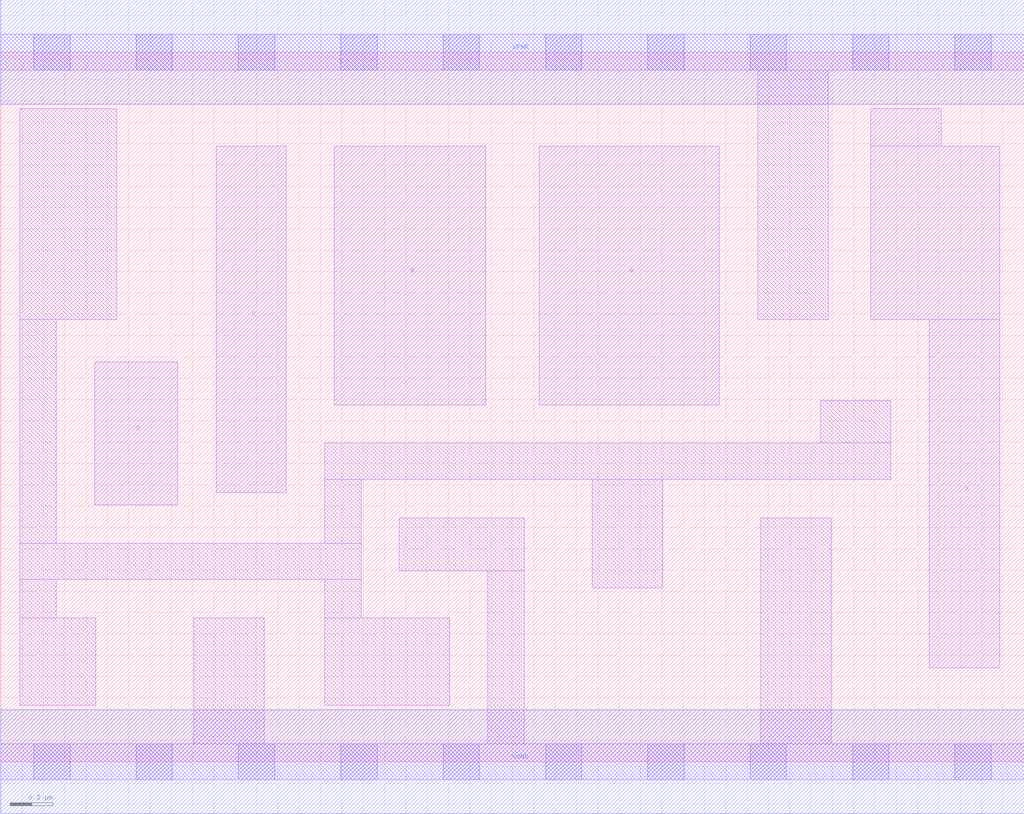
<source format=lef>
# Copyright 2020 The SkyWater PDK Authors
#
# Licensed under the Apache License, Version 2.0 (the "License");
# you may not use this file except in compliance with the License.
# You may obtain a copy of the License at
#
#     https://www.apache.org/licenses/LICENSE-2.0
#
# Unless required by applicable law or agreed to in writing, software
# distributed under the License is distributed on an "AS IS" BASIS,
# WITHOUT WARRANTIES OR CONDITIONS OF ANY KIND, either express or implied.
# See the License for the specific language governing permissions and
# limitations under the License.
#
# SPDX-License-Identifier: Apache-2.0

VERSION 5.7 ;
  NAMESCASESENSITIVE ON ;
  NOWIREEXTENSIONATPIN ON ;
  DIVIDERCHAR "/" ;
  BUSBITCHARS "[]" ;
UNITS
  DATABASE MICRONS 200 ;
END UNITS
MACRO sky130_fd_sc_lp__or4_lp
  CLASS CORE ;
  FOREIGN sky130_fd_sc_lp__or4_lp ;
  ORIGIN  0.000000  0.000000 ;
  SIZE  4.800000 BY  3.330000 ;
  SYMMETRY X Y R90 ;
  SITE unit ;
  PIN A
    ANTENNAGATEAREA  0.376000 ;
    DIRECTION INPUT ;
    USE SIGNAL ;
    PORT
      LAYER li1 ;
        RECT 2.525000 1.675000 3.370000 2.890000 ;
    END
  END A
  PIN B
    ANTENNAGATEAREA  0.376000 ;
    DIRECTION INPUT ;
    USE SIGNAL ;
    PORT
      LAYER li1 ;
        RECT 1.565000 1.675000 2.275000 2.890000 ;
    END
  END B
  PIN C
    ANTENNAGATEAREA  0.376000 ;
    DIRECTION INPUT ;
    USE SIGNAL ;
    PORT
      LAYER li1 ;
        RECT 1.010000 1.265000 1.340000 2.890000 ;
    END
  END C
  PIN D
    ANTENNAGATEAREA  0.376000 ;
    DIRECTION INPUT ;
    USE SIGNAL ;
    PORT
      LAYER li1 ;
        RECT 0.440000 1.205000 0.830000 1.875000 ;
    END
  END D
  PIN X
    ANTENNADIFFAREA  0.404700 ;
    DIRECTION OUTPUT ;
    USE SIGNAL ;
    PORT
      LAYER li1 ;
        RECT 4.080000 2.075000 4.685000 2.890000 ;
        RECT 4.080000 2.890000 4.410000 3.065000 ;
        RECT 4.355000 0.440000 4.685000 2.075000 ;
    END
  END X
  PIN VGND
    DIRECTION INOUT ;
    USE GROUND ;
    PORT
      LAYER met1 ;
        RECT 0.000000 -0.245000 4.800000 0.245000 ;
    END
  END VGND
  PIN VPWR
    DIRECTION INOUT ;
    USE POWER ;
    PORT
      LAYER met1 ;
        RECT 0.000000 3.085000 4.800000 3.575000 ;
    END
  END VPWR
  OBS
    LAYER li1 ;
      RECT 0.000000 -0.085000 4.800000 0.085000 ;
      RECT 0.000000  3.245000 4.800000 3.415000 ;
      RECT 0.090000  0.265000 0.445000 0.675000 ;
      RECT 0.090000  0.675000 0.260000 0.855000 ;
      RECT 0.090000  0.855000 1.690000 1.025000 ;
      RECT 0.090000  1.025000 0.260000 2.075000 ;
      RECT 0.090000  2.075000 0.545000 3.065000 ;
      RECT 0.905000  0.085000 1.235000 0.675000 ;
      RECT 1.520000  0.265000 2.105000 0.675000 ;
      RECT 1.520000  0.675000 1.690000 0.855000 ;
      RECT 1.520000  1.025000 1.690000 1.325000 ;
      RECT 1.520000  1.325000 4.175000 1.495000 ;
      RECT 1.870000  0.895000 2.455000 1.145000 ;
      RECT 2.285000  0.085000 2.455000 0.895000 ;
      RECT 2.775000  0.815000 3.105000 1.325000 ;
      RECT 3.550000  2.075000 3.880000 3.245000 ;
      RECT 3.565000  0.085000 3.895000 1.145000 ;
      RECT 3.845000  1.495000 4.175000 1.695000 ;
    LAYER mcon ;
      RECT 0.155000 -0.085000 0.325000 0.085000 ;
      RECT 0.155000  3.245000 0.325000 3.415000 ;
      RECT 0.635000 -0.085000 0.805000 0.085000 ;
      RECT 0.635000  3.245000 0.805000 3.415000 ;
      RECT 1.115000 -0.085000 1.285000 0.085000 ;
      RECT 1.115000  3.245000 1.285000 3.415000 ;
      RECT 1.595000 -0.085000 1.765000 0.085000 ;
      RECT 1.595000  3.245000 1.765000 3.415000 ;
      RECT 2.075000 -0.085000 2.245000 0.085000 ;
      RECT 2.075000  3.245000 2.245000 3.415000 ;
      RECT 2.555000 -0.085000 2.725000 0.085000 ;
      RECT 2.555000  3.245000 2.725000 3.415000 ;
      RECT 3.035000 -0.085000 3.205000 0.085000 ;
      RECT 3.035000  3.245000 3.205000 3.415000 ;
      RECT 3.515000 -0.085000 3.685000 0.085000 ;
      RECT 3.515000  3.245000 3.685000 3.415000 ;
      RECT 3.995000 -0.085000 4.165000 0.085000 ;
      RECT 3.995000  3.245000 4.165000 3.415000 ;
      RECT 4.475000 -0.085000 4.645000 0.085000 ;
      RECT 4.475000  3.245000 4.645000 3.415000 ;
  END
END sky130_fd_sc_lp__or4_lp
END LIBRARY

</source>
